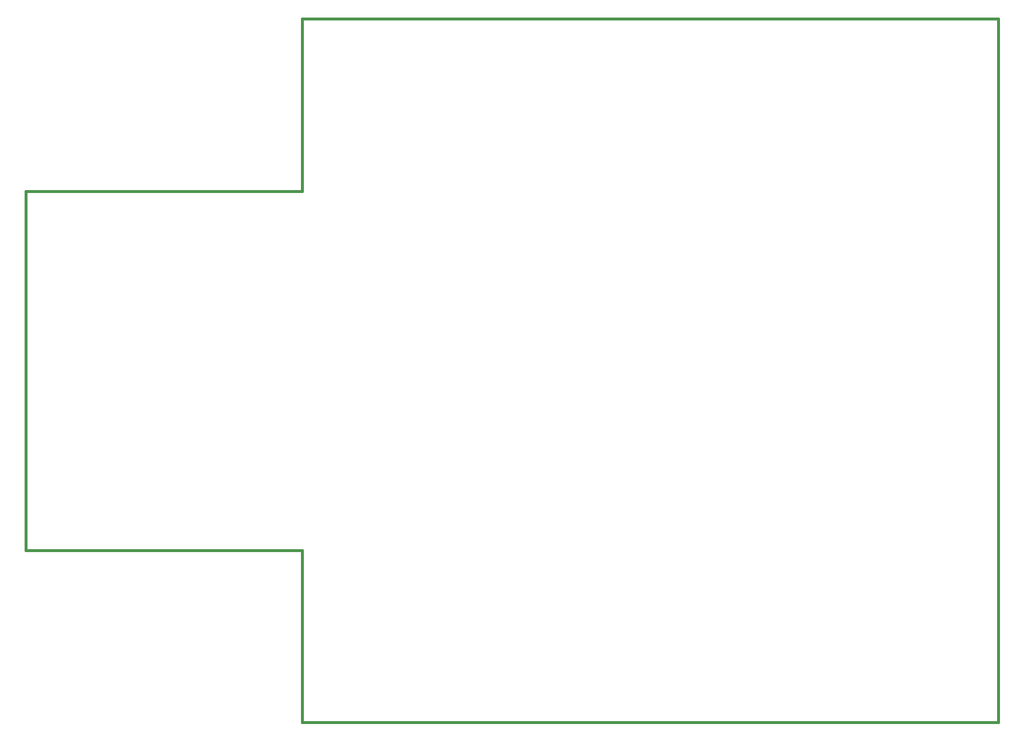
<source format=gm1>
G04 #@! TF.GenerationSoftware,KiCad,Pcbnew,5.1.10*
G04 #@! TF.CreationDate,2021-09-01T18:01:51-07:00*
G04 #@! TF.ProjectId,rx5cart,72783563-6172-4742-9e6b-696361645f70,1*
G04 #@! TF.SameCoordinates,Original*
G04 #@! TF.FileFunction,Profile,NP*
%FSLAX46Y46*%
G04 Gerber Fmt 4.6, Leading zero omitted, Abs format (unit mm)*
G04 Created by KiCad (PCBNEW 5.1.10) date 2021-09-01 18:01:51*
%MOMM*%
%LPD*%
G01*
G04 APERTURE LIST*
G04 #@! TA.AperFunction,Profile*
%ADD10C,0.381000*%
G04 #@! TD*
G04 APERTURE END LIST*
D10*
X170180000Y-134810500D02*
X170180000Y-130312160D01*
X69517260Y-134810500D02*
X170180000Y-134810500D01*
X69517260Y-130810000D02*
X69517260Y-134810500D01*
X29517340Y-57975500D02*
X29517340Y-109974380D01*
X170180000Y-33020000D02*
X170180000Y-37020500D01*
X69517260Y-33020000D02*
X170180000Y-33020000D01*
X69517260Y-37020500D02*
X69517260Y-33020000D01*
X170180000Y-130312160D02*
X170180000Y-37020500D01*
X69517260Y-57975500D02*
X69517260Y-37020500D01*
X69517260Y-109974380D02*
X29517340Y-109974380D01*
X29517340Y-57975500D02*
X69517260Y-57975500D01*
X69517260Y-109974380D02*
X69517260Y-130810000D01*
M02*

</source>
